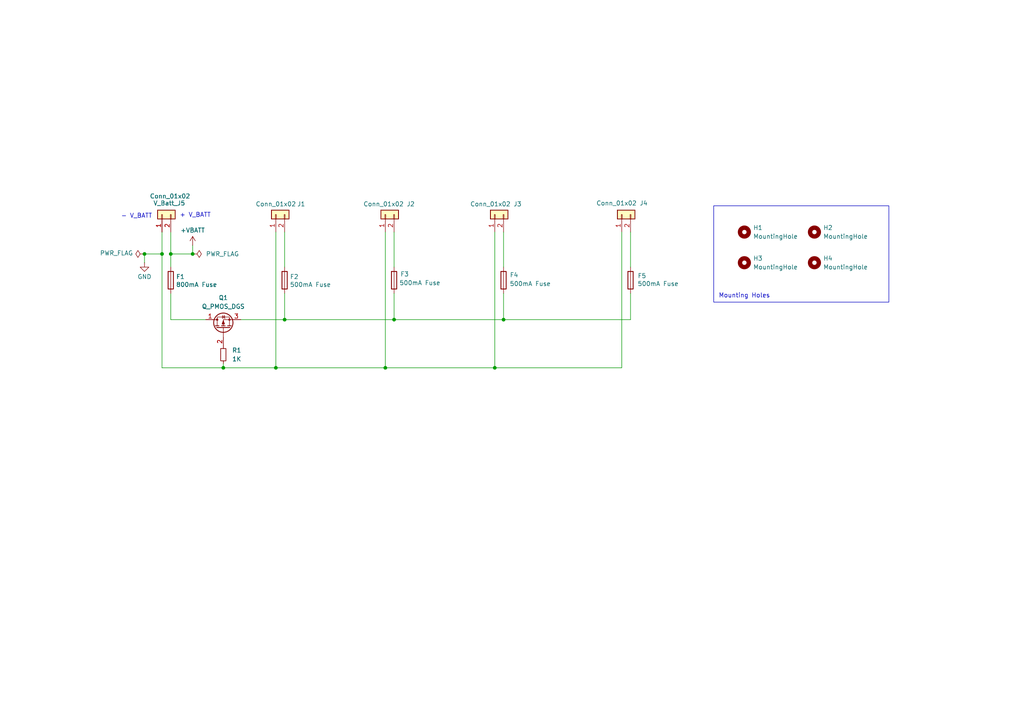
<source format=kicad_sch>
(kicad_sch (version 20250114) (generator "eeschema") (generator_version "9.0")
  (paper "A4")
  (lib_symbols
    (symbol "Connector_Generic:Conn_01x02" (pin_names (offset 1.016) (hide yes))
      (property "Reference" "J" (at 0 2.54 0))
      (property "Value" "Conn_01x02" (at 0 -5.08 0))
      (symbol "Conn_01x02_1_1"
        (rectangle (start -1.27 1.27) (end 1.27 -3.81) (stroke (width 0.254)) (fill (type background)))
        (rectangle (start -1.27 0.127) (end 0 -0.127) (stroke (width 0.1524)))
        (rectangle (start -1.27 -2.413) (end 0 -2.667) (stroke (width 0.1524)))
        (pin passive line (at -5.08 0 0) (length 3.81) (name "Pin_1") (number "1"))
        (pin passive line (at -5.08 -2.54 0) (length 3.81) (name "Pin_2") (number "2"))
      )
    )
    (symbol "Device:Fuse" (pin_numbers (hide yes)) (pin_names (offset 0))
      (property "Reference" "F" (at 2.032 0 90))
      (property "Value" "Fuse" (at -1.905 0 90))
      (symbol "Fuse_0_1"
        (rectangle (start -0.762 -2.54) (end 0.762 2.54) (stroke (width 0.254)))
        (polyline (pts (xy 0 2.54) (xy 0 -2.54)))
      )
      (symbol "Fuse_1_1"
        (pin passive line (at 0 3.81 270) (length 1.27) (name "~") (number "1"))
        (pin passive line (at 0 -3.81 90) (length 1.27) (name "~") (number "2"))
      )
    )
    (symbol "Device:Q_PMOS_DGS" (pin_names (offset 0) (hide yes))
      (property "Reference" "Q" (at 5.08 1.27 0))
      (property "Value" "Q_PMOS_DGS" (at 5.08 -1.27 0))
      (symbol "Q_PMOS_DGS_0_1"
        (polyline (pts (xy 0.254 1.905) (xy 0.254 -1.905)) (stroke (width 0.254)))
        (polyline (pts (xy 0.254 0) (xy -2.54 0)))
        (polyline (pts (xy 0.762 2.286) (xy 0.762 1.27)) (stroke (width 0.254)))
        (polyline (pts (xy 0.762 1.778) (xy 3.302 1.778) (xy 3.302 -1.778) (xy 0.762 -1.778)))
        (polyline (pts (xy 0.762 0.508) (xy 0.762 -0.508)) (stroke (width 0.254)))
        (polyline (pts (xy 0.762 -1.27) (xy 0.762 -2.286)) (stroke (width 0.254)))
        (circle (center 1.651 0) (radius 2.794) (stroke (width 0.254)))
        (polyline (pts (xy 2.286 0) (xy 1.27 0.381) (xy 1.27 -0.381) (xy 2.286 0)) (fill (type outline)))
        (polyline (pts (xy 2.54 2.54) (xy 2.54 1.778)))
        (circle (center 2.54 1.778) (radius 0.254) (fill (type outline)))
        (circle (center 2.54 -1.778) (radius 0.254) (fill (type outline)))
        (polyline (pts (xy 2.54 -2.54) (xy 2.54 0) (xy 0.762 0)))
        (polyline (pts (xy 2.794 -0.508) (xy 2.921 -0.381) (xy 3.683 -0.381) (xy 3.81 -0.254)))
        (polyline (pts (xy 3.302 -0.381) (xy 2.921 0.254) (xy 3.683 0.254) (xy 3.302 -0.381)))
      )
      (symbol "Q_PMOS_DGS_1_1"
        (pin input line (at -5.08 0 0) (length 2.54) (name "G") (number "2"))
        (pin passive line (at 2.54 5.08 270) (length 2.54) (name "D") (number "1"))
        (pin passive line (at 2.54 -5.08 90) (length 2.54) (name "S") (number "3"))
      )
    )
    (symbol "Device:R_Small" (pin_numbers (hide yes)) (pin_names (offset 0.254) (hide yes))
      (property "Reference" "R" (at 0.762 0.508 0))
      (property "Value" "R_Small" (at 0.762 -1.016 0))
      (symbol "R_Small_0_1"
        (rectangle (start -0.762 1.778) (end 0.762 -1.778) (stroke (width 0.2032)))
      )
      (symbol "R_Small_1_1"
        (pin passive line (at 0 2.54 270) (length 0.762) (name "~") (number "1"))
        (pin passive line (at 0 -2.54 90) (length 0.762) (name "~") (number "2"))
      )
    )
    (symbol "Mechanical:MountingHole" (pin_names (offset 1.016))
      (property "Reference" "H" (at 0 5.08 0))
      (property "Value" "MountingHole" (at 0 3.175 0))
      (symbol "MountingHole_0_1"
        (circle (center 0 0) (radius 1.27) (stroke (width 1.27)))
      )
    )
    (symbol "power:+3.3V" (power) (pin_numbers (hide yes)) (pin_names (offset 0) (hide yes))
      (property "Value" "+3.3V" (at 0 3.556 0))
      (symbol "+3.3V_0_1"
        (polyline (pts (xy -0.762 1.27) (xy 0 2.54)))
        (polyline (pts (xy 0 2.54) (xy 0.762 1.27)))
        (polyline (pts (xy 0 0) (xy 0 2.54)))
      )
      (symbol "+3.3V_1_1"
        (pin power_in line (at 0 0 90) (length 0) (name "~") (number "1"))
      )
    )
    (symbol "power:GND" (power) (pin_numbers (hide yes)) (pin_names (offset 0) (hide yes))
      (property "Value" "GND" (at 0 -3.81 0))
      (symbol "GND_0_1"
        (polyline (pts (xy 0 0) (xy 0 -1.27) (xy 1.27 -1.27) (xy 0 -2.54) (xy -1.27 -1.27) (xy 0 -1.27)))
      )
      (symbol "GND_1_1"
        (pin power_in line (at 0 0 270) (length 0) (name "~") (number "1"))
      )
    )
    (symbol "power:PWR_FLAG" (power) (pin_numbers (hide yes)) (pin_names (offset 0) (hide yes))
      (property "Value" "PWR_FLAG" (at 0 3.81 0))
      (symbol "PWR_FLAG_0_0"
        (pin power_out line (at 0 0 90) (length 0) (name "~") (number "1"))
      )
      (symbol "PWR_FLAG_0_1"
        (polyline (pts (xy 0 0) (xy 0 1.27) (xy -1.016 1.905) (xy 0 2.54) (xy 1.016 1.905) (xy 0 1.27)))
      )
    )
  )
  (rectangle (start 207.01 59.69) (end 257.81 87.63))
  (text "+ V_BATT" (at 56.642 62.484 0) (effects (font (size 1.27 1.27))))
  (text "Mounting Holes" (at 215.9 85.852 0) (effects (font (size 1.27 1.27))))
  (text "- V_BATT" (at 39.624 62.738 0) (effects (font (size 1.27 1.27))))
  (junction (at 64.77 106.68))
  (junction (at 49.53 73.66))
  (junction (at 46.99 73.66))
  (junction (at 111.76 106.68))
  (junction (at 143.51 106.68))
  (junction (at 114.3 92.71))
  (junction (at 55.88 73.66))
  (junction (at 82.55 92.71))
  (junction (at 80.01 106.68))
  (junction (at 41.91 73.66))
  (junction (at 146.05 92.71))
  (wire (pts (xy 49.53 73.66) (xy 49.53 77.47)))
  (wire (pts (xy 46.99 73.66) (xy 46.99 106.68)))
  (wire (pts (xy 46.99 106.68) (xy 64.77 106.68)))
  (wire (pts (xy 49.53 73.66) (xy 55.88 73.66)))
  (wire (pts (xy 80.01 67.31) (xy 80.01 106.68)))
  (wire (pts (xy 49.53 92.71) (xy 59.69 92.71)))
  (wire (pts (xy 180.34 67.31) (xy 180.34 106.68)))
  (wire (pts (xy 82.55 77.47) (xy 82.55 67.31)))
  (wire (pts (xy 82.55 92.71) (xy 82.55 85.09)))
  (wire (pts (xy 143.51 67.31) (xy 143.51 106.68)))
  (wire (pts (xy 180.34 106.68) (xy 143.51 106.68)))
  (wire (pts (xy 114.3 77.47) (xy 114.3 67.31)))
  (wire (pts (xy 111.76 106.68) (xy 80.01 106.68)))
  (wire (pts (xy 146.05 77.47) (xy 146.05 67.31)))
  (wire (pts (xy 146.05 92.71) (xy 182.88 92.71)))
  (wire (pts (xy 111.76 67.31) (xy 111.76 106.68)))
  (wire (pts (xy 46.99 73.66) (xy 46.99 67.31)))
  (wire (pts (xy 114.3 92.71) (xy 114.3 85.09)))
  (wire (pts (xy 146.05 92.71) (xy 146.05 85.09)))
  (wire (pts (xy 82.55 92.71) (xy 114.3 92.71)))
  (wire (pts (xy 49.53 85.09) (xy 49.53 92.71)))
  (wire (pts (xy 41.91 73.66) (xy 46.99 73.66)))
  (wire (pts (xy 69.85 92.71) (xy 82.55 92.71)))
  (wire (pts (xy 64.77 106.68) (xy 64.77 105.41)))
  (wire (pts (xy 182.88 92.71) (xy 182.88 85.09)))
  (wire (pts (xy 114.3 92.71) (xy 146.05 92.71)))
  (wire (pts (xy 182.88 77.47) (xy 182.88 67.31)))
  (wire (pts (xy 41.91 73.66) (xy 41.91 76.2)))
  (wire (pts (xy 49.53 67.31) (xy 49.53 73.66)))
  (wire (pts (xy 55.88 73.66) (xy 55.88 71.12)))
  (wire (pts (xy 64.77 106.68) (xy 80.01 106.68)))
  (wire (pts (xy 143.51 106.68) (xy 111.76 106.68)))
  (symbol (lib_id "Connector_Generic:Conn_01x02") (at 143.51 62.23 90) (unit 1)
    (property "Reference" "J3" (at 150.114 59.182 90))
    (property "Value" "Conn_01x02" (at 142.24 59.182 90))
    (property "Footprint" "Connector_JST:JST_XH_B2B-XH-A_1x02_P2.50mm_Vertical" (effects (hide yes)))
  )
  (symbol (lib_id "Mechanical:MountingHole") (at 215.9 67.31 0) (unit 1)
    (property "Reference" "H1" (at 218.44 66.04 0) (effects (justify left)))
    (property "Value" "MountingHole" (at 218.44 68.58 0) (effects (justify left)))
    (property "Footprint" "MountingHole:MountingHole_3.2mm_M3" (effects (hide yes)))
  )
  (symbol (lib_id "Mechanical:MountingHole") (at 215.9 76.2 0) (unit 1)
    (property "Reference" "H3" (at 218.44 74.93 0) (effects (justify left)))
    (property "Value" "MountingHole" (at 218.44 77.47 0) (effects (justify left)))
    (property "Footprint" "MountingHole:MountingHole_3.2mm_M3" (effects (hide yes)))
  )
  (symbol (lib_id "Connector_Generic:Conn_01x02") (at 111.76 62.23 90) (unit 1)
    (property "Reference" "J2" (at 119.126 59.182 90))
    (property "Value" "Conn_01x02" (at 111.252 59.182 90))
    (property "Footprint" "Connector_JST:JST_XH_B2B-XH-A_1x02_P2.50mm_Vertical" (effects (hide yes)))
  )
  (symbol (lib_id "Connector_Generic:Conn_01x02") (at 180.34 62.23 90) (unit 1)
    (property "Reference" "J4" (at 186.69 58.928 90))
    (property "Value" "Conn_01x02" (at 178.816 58.928 90))
    (property "Footprint" "Connector_JST:JST_XH_B2B-XH-A_1x02_P2.50mm_Vertical" (effects (hide yes)))
  )
  (symbol (lib_id "Device:R_Small") (at 64.77 102.87 0) (unit 1)
    (property "Reference" "R1" (at 67.31 101.6 0) (effects (justify left)))
    (property "Value" "1K" (at 67.31 104.14 0) (effects (justify left)))
    (property "Footprint" "Resistor_SMD:R_0805_2012Metric" (effects (hide yes)))
    (property "Datasheet" "chrome-extension://efaidnbmnnnibpcajpcglclefindmkaj/https://www.yageo.com/upload/media/product/products/datasheet/rchip/PYu-RC_Group_51_RoHS_L_12.pdf" (effects (hide yes)))
  )
  (symbol (lib_id "power:PWR_FLAG") (at 55.88 73.66 270) (unit 1)
    (property "Reference" "#FLG01" (effects (hide yes)))
    (property "Value" "PWR_FLAG" (at 59.69 73.6599 90) (effects (justify left)))
    (property "Description" "Special symbol for telling ERC where power comes from" (effects (hide yes)))
  )
  (symbol (lib_id "power:GND") (at 41.91 76.2 0) (unit 1)
    (property "Reference" "#PWR01" (effects (hide yes)))
    (property "Value" "GND" (at 41.91 80.264 0))
    (property "Description" "Power symbol creates a global label with name \"GND\" , ground" (effects (hide yes)))
  )
  (symbol (lib_id "Mechanical:MountingHole") (at 236.22 67.31 0) (unit 1)
    (property "Reference" "H2" (at 238.76 66.04 0) (effects (justify left)))
    (property "Value" "MountingHole" (at 238.76 68.58 0) (effects (justify left)))
    (property "Footprint" "MountingHole:MountingHole_3.2mm_M3" (effects (hide yes)))
  )
  (symbol (lib_id "Device:Fuse") (at 49.53 81.28 180) (unit 1)
    (property "Reference" "F1" (at 53.594 80.264 0) (effects (justify left)))
    (property "Value" "800mA Fuse" (at 62.992 82.55 0) (effects (justify left)))
    (property "Footprint" "Fuse:Fuse_0805_2012Metric" (effects (hide yes)))
    (property "Datasheet" "chrome-extension://efaidnbmnnnibpcajpcglclefindmkaj/https://www.bourns.com/docs/product-datasheets/sf0603f.pdf" (effects (hide yes)))
  )
  (symbol (lib_id "Connector_Generic:Conn_01x02") (at 46.99 62.23 90) (unit 1)
    (property "Reference" "V_Batt_J5" (at 44.45 58.928 90) (effects (justify right)))
    (property "Value" "Conn_01x02" (at 43.434 56.896 90) (effects (justify right)))
    (property "Footprint" "Connector_JST:JST_XH_B2B-XH-A_1x02_P2.50mm_Vertical" (effects (hide yes)))
  )
  (symbol (lib_id "Mechanical:MountingHole") (at 236.22 76.2 0) (unit 1)
    (property "Reference" "H4" (at 238.76 74.93 0) (effects (justify left)))
    (property "Value" "MountingHole" (at 238.76 77.47 0) (effects (justify left)))
    (property "Footprint" "MountingHole:MountingHole_3.2mm_M3" (effects (hide yes)))
  )
  (symbol (lib_id "Device:Q_PMOS_DGS") (at 64.77 95.25 90) (unit 1)
    (property "Reference" "Q1" (at 64.77 86.36 90))
    (property "Value" "Q_PMOS_DGS" (at 64.77 88.9 90))
    (property "Footprint" "DMP3056L-7 2:SOT91P240X110-3N" (effects (hide yes)))
    (property "Datasheet" "chrome-extension://efaidnbmnnnibpcajpcglclefindmkaj/https://www.diodes.com/assets/Datasheets/DMP3056L.pdf" (effects (hide yes)))
  )
  (symbol (lib_id "Device:Fuse") (at 146.05 81.28 180) (unit 1)
    (property "Reference" "F4" (at 150.368 79.756 0) (effects (justify left)))
    (property "Value" "500mA Fuse" (at 159.766 82.296 0) (effects (justify left)))
    (property "Footprint" "Fuse:Fuse_0805_2012Metric" (effects (hide yes)))
    (property "Datasheet" "chrome-extension://efaidnbmnnnibpcajpcglclefindmkaj/https://industrial.panasonic.com/cdbs/www-data/pdf/AFA0000/AFA0000C7.pdf" (effects (hide yes)))
  )
  (symbol (lib_id "Device:Fuse") (at 114.3 81.28 180) (unit 1)
    (property "Reference" "F3" (at 118.618 79.502 0) (effects (justify left)))
    (property "Value" "500mA Fuse" (at 127.762 82.042 0) (effects (justify left)))
    (property "Footprint" "Fuse:Fuse_0805_2012Metric" (effects (hide yes)))
    (property "Datasheet" "chrome-extension://efaidnbmnnnibpcajpcglclefindmkaj/https://industrial.panasonic.com/cdbs/www-data/pdf/AFA0000/AFA0000C7.pdf" (effects (hide yes)))
  )
  (symbol (lib_id "Connector_Generic:Conn_01x02") (at 80.01 62.23 90) (unit 1)
    (property "Reference" "J1" (at 87.376 59.182 90))
    (property "Value" "Conn_01x02" (at 80.01 59.182 90))
    (property "Footprint" "Connector_JST:JST_XH_B2B-XH-A_1x02_P2.50mm_Vertical" (effects (hide yes)))
  )
  (symbol (lib_id "Device:Fuse") (at 82.55 81.28 180) (unit 1)
    (property "Reference" "F2" (at 86.614 80.264 0) (effects (justify left)))
    (property "Value" "500mA Fuse" (at 96.012 82.55 0) (effects (justify left)))
    (property "Footprint" "Fuse:Fuse_0805_2012Metric" (effects (hide yes)))
    (property "Datasheet" "chrome-extension://efaidnbmnnnibpcajpcglclefindmkaj/https://industrial.panasonic.com/cdbs/www-data/pdf/AFA0000/AFA0000C7.pdf" (effects (hide yes)))
  )
  (symbol (lib_id "Device:Fuse") (at 182.88 81.28 180) (unit 1)
    (property "Reference" "F5" (at 187.452 80.01 0) (effects (justify left)))
    (property "Value" "500mA Fuse" (at 196.85 82.296 0) (effects (justify left)))
    (property "Footprint" "Fuse:Fuse_0805_2012Metric" (effects (hide yes)))
    (property "Datasheet" "chrome-extension://efaidnbmnnnibpcajpcglclefindmkaj/https://industrial.panasonic.com/cdbs/www-data/pdf/AFA0000/AFA0000C7.pdf" (effects (hide yes)))
  )
  (symbol (lib_id "power:PWR_FLAG") (at 41.91 73.66 90) (unit 1)
    (property "Reference" "#FLG02" (effects (hide yes)))
    (property "Value" "PWR_FLAG" (at 33.782 73.406 90))
    (property "Description" "Special symbol for telling ERC where power comes from" (effects (hide yes)))
  )
  (symbol (lib_id "power:+3.3V") (at 55.88 71.12 0) (unit 1)
    (property "Reference" "#PWR02" (effects (hide yes)))
    (property "Value" "+VBATT" (at 55.88 66.802 0))
    (property "Description" "Power symbol creates a global label with name \"+3.3V\"" (effects (hide yes)))
  )
)
</source>
